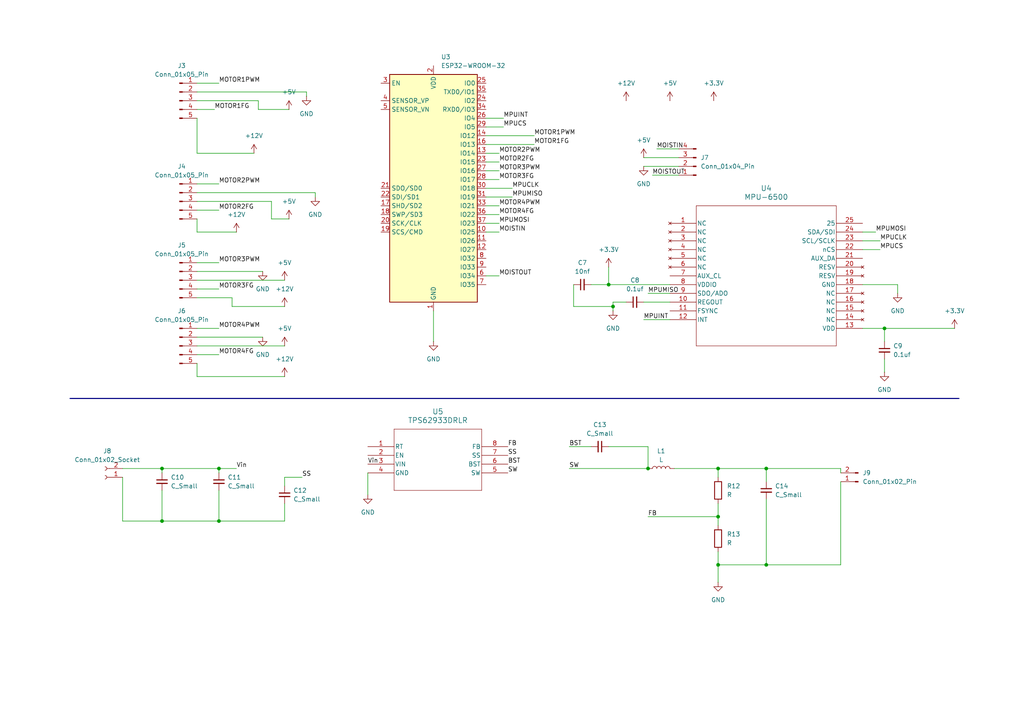
<source format=kicad_sch>
(kicad_sch (version 20231120) (generator "eeschema") (generator_version "8.0")
  (paper "A4")
  (lib_symbols
    (symbol "Connector:Conn_01x02_Pin" (pin_names (offset 1.016) hide)
      (property "Reference" "J" (at 0 2.54 0))
      (property "Value" "Conn_01x02_Pin" (at 0 -5.08 0))
      (symbol "Conn_01x02_Pin_1_1"
        (polyline (pts (xy 1.27 -2.54) (xy 0.8636 -2.54)) (stroke (width 0.1524)))
        (polyline (pts (xy 1.27 0) (xy 0.8636 0)) (stroke (width 0.1524)))
        (rectangle (start 0.8636 -2.413) (end 0 -2.667) (stroke (width 0.1524)) (fill (type outline)))
        (rectangle (start 0.8636 0.127) (end 0 -0.127) (stroke (width 0.1524)) (fill (type outline)))
        (pin passive line (at 5.08 0 180) (length 3.81) (name "Pin_1") (number "1"))
        (pin passive line (at 5.08 -2.54 180) (length 3.81) (name "Pin_2") (number "2"))
      )
    )
    (symbol "Connector:Conn_01x02_Socket" (pin_names (offset 1.016) hide)
      (property "Reference" "J" (at 0 2.54 0))
      (property "Value" "Conn_01x02_Socket" (at 0 -5.08 0))
      (symbol "Conn_01x02_Socket_1_1"
        (arc (start 0 -2.032) (mid -0.5058 -2.54) (end 0 -3.048) (stroke (width 0.1524)))
        (polyline (pts (xy -1.27 -2.54) (xy -0.508 -2.54)) (stroke (width 0.1524)))
        (polyline (pts (xy -1.27 0) (xy -0.508 0)) (stroke (width 0.1524)))
        (arc (start 0 0.508) (mid -0.5058 0) (end 0 -0.508) (stroke (width 0.1524)))
        (pin passive line (at -5.08 0 0) (length 3.81) (name "Pin_1") (number "1"))
        (pin passive line (at -5.08 -2.54 0) (length 3.81) (name "Pin_2") (number "2"))
      )
    )
    (symbol "Connector:Conn_01x04_Pin" (pin_names (offset 1.016) hide)
      (property "Reference" "J" (at 0 5.08 0))
      (property "Value" "Conn_01x04_Pin" (at 0 -7.62 0))
      (symbol "Conn_01x04_Pin_1_1"
        (polyline (pts (xy 1.27 -5.08) (xy 0.8636 -5.08)) (stroke (width 0.1524)))
        (polyline (pts (xy 1.27 -2.54) (xy 0.8636 -2.54)) (stroke (width 0.1524)))
        (polyline (pts (xy 1.27 0) (xy 0.8636 0)) (stroke (width 0.1524)))
        (polyline (pts (xy 1.27 2.54) (xy 0.8636 2.54)) (stroke (width 0.1524)))
        (rectangle (start 0.8636 -4.953) (end 0 -5.207) (stroke (width 0.1524)) (fill (type outline)))
        (rectangle (start 0.8636 -2.413) (end 0 -2.667) (stroke (width 0.1524)) (fill (type outline)))
        (rectangle (start 0.8636 0.127) (end 0 -0.127) (stroke (width 0.1524)) (fill (type outline)))
        (rectangle (start 0.8636 2.667) (end 0 2.413) (stroke (width 0.1524)) (fill (type outline)))
        (pin passive line (at 5.08 2.54 180) (length 3.81) (name "Pin_1") (number "1"))
        (pin passive line (at 5.08 0 180) (length 3.81) (name "Pin_2") (number "2"))
        (pin passive line (at 5.08 -2.54 180) (length 3.81) (name "Pin_3") (number "3"))
        (pin passive line (at 5.08 -5.08 180) (length 3.81) (name "Pin_4") (number "4"))
      )
    )
    (symbol "Connector:Conn_01x05_Pin" (pin_names (offset 1.016) hide)
      (property "Reference" "J" (at 0 7.62 0))
      (property "Value" "Conn_01x05_Pin" (at 0 -7.62 0))
      (symbol "Conn_01x05_Pin_1_1"
        (polyline (pts (xy 1.27 -5.08) (xy 0.8636 -5.08)) (stroke (width 0.1524)))
        (polyline (pts (xy 1.27 -2.54) (xy 0.8636 -2.54)) (stroke (width 0.1524)))
        (polyline (pts (xy 1.27 0) (xy 0.8636 0)) (stroke (width 0.1524)))
        (polyline (pts (xy 1.27 2.54) (xy 0.8636 2.54)) (stroke (width 0.1524)))
        (polyline (pts (xy 1.27 5.08) (xy 0.8636 5.08)) (stroke (width 0.1524)))
        (rectangle (start 0.8636 -4.953) (end 0 -5.207) (stroke (width 0.1524)) (fill (type outline)))
        (rectangle (start 0.8636 -2.413) (end 0 -2.667) (stroke (width 0.1524)) (fill (type outline)))
        (rectangle (start 0.8636 0.127) (end 0 -0.127) (stroke (width 0.1524)) (fill (type outline)))
        (rectangle (start 0.8636 2.667) (end 0 2.413) (stroke (width 0.1524)) (fill (type outline)))
        (rectangle (start 0.8636 5.207) (end 0 4.953) (stroke (width 0.1524)) (fill (type outline)))
        (pin passive line (at 5.08 5.08 180) (length 3.81) (name "Pin_1") (number "1"))
        (pin passive line (at 5.08 2.54 180) (length 3.81) (name "Pin_2") (number "2"))
        (pin passive line (at 5.08 0 180) (length 3.81) (name "Pin_3") (number "3"))
        (pin passive line (at 5.08 -2.54 180) (length 3.81) (name "Pin_4") (number "4"))
        (pin passive line (at 5.08 -5.08 180) (length 3.81) (name "Pin_5") (number "5"))
      )
    )
    (symbol "Device:C_Small" (pin_numbers hide) (pin_names (offset 0.254) hide)
      (property "Reference" "C" (at 0.254 1.778 0))
      (property "Value" "C_Small" (at 0.254 -2.032 0))
      (symbol "C_Small_0_1"
        (polyline (pts (xy -1.524 -0.508) (xy 1.524 -0.508)) (stroke (width 0.3302)))
        (polyline (pts (xy -1.524 0.508) (xy 1.524 0.508)) (stroke (width 0.3048)))
      )
      (symbol "C_Small_1_1"
        (pin passive line (at 0 2.54 270) (length 2.032) (name "~") (number "1"))
        (pin passive line (at 0 -2.54 90) (length 2.032) (name "~") (number "2"))
      )
    )
    (symbol "Device:L" (pin_numbers hide) (pin_names (offset 1.016) hide)
      (property "Reference" "L" (at -1.27 0 90))
      (property "Value" "L" (at 1.905 0 90))
      (symbol "L_0_1"
        (arc (start 0 -2.54) (mid 0.6323 -1.905) (end 0 -1.27))
        (arc (start 0 -1.27) (mid 0.6323 -0.635) (end 0 0))
        (arc (start 0 0) (mid 0.6323 0.635) (end 0 1.27))
        (arc (start 0 1.27) (mid 0.6323 1.905) (end 0 2.54))
      )
      (symbol "L_1_1"
        (pin passive line (at 0 3.81 270) (length 1.27) (name "1") (number "1"))
        (pin passive line (at 0 -3.81 90) (length 1.27) (name "2") (number "2"))
      )
    )
    (symbol "Device:R" (pin_numbers hide) (pin_names (offset 0))
      (property "Reference" "R" (at 2.032 0 90))
      (property "Value" "R" (at 0 0 90))
      (symbol "R_0_1"
        (rectangle (start -1.016 -2.54) (end 1.016 2.54) (stroke (width 0.254)))
      )
      (symbol "R_1_1"
        (pin passive line (at 0 3.81 270) (length 1.27) (name "~") (number "1"))
        (pin passive line (at 0 -3.81 90) (length 1.27) (name "~") (number "2"))
      )
    )
    (symbol "MPU6500:MPU-6500" (pin_names (offset 0.254))
      (property "Reference" "U" (at 27.94 10.16 0))
      (property "Value" "MPU-6500" (at 27.94 7.62 0))
      (symbol "MPU-6500_0_1"
        (polyline (pts (xy 7.62 -35.56) (xy 48.26 -35.56)) (stroke (width 0.127)))
        (polyline (pts (xy 7.62 5.08) (xy 7.62 -35.56)) (stroke (width 0.127)))
        (polyline (pts (xy 48.26 -35.56) (xy 48.26 5.08)) (stroke (width 0.127)))
        (polyline (pts (xy 48.26 5.08) (xy 7.62 5.08)) (stroke (width 0.127)))
        (pin no_connect line (at 0 0 0) (length 7.62) (name "NC") (number "1"))
        (pin unspecified line (at 0 -22.86 0) (length 7.62) (name "REGOUT") (number "10"))
        (pin input line (at 0 -25.4 0) (length 7.62) (name "FSYNC") (number "11"))
        (pin output line (at 0 -27.94 0) (length 7.62) (name "INT") (number "12"))
        (pin power_in line (at 55.88 -30.48 180) (length 7.62) (name "VDD") (number "13"))
        (pin no_connect line (at 55.88 -27.94 180) (length 7.62) (name "NC") (number "14"))
        (pin no_connect line (at 55.88 -25.4 180) (length 7.62) (name "NC") (number "15"))
        (pin no_connect line (at 55.88 -22.86 180) (length 7.62) (name "NC") (number "16"))
        (pin no_connect line (at 55.88 -20.32 180) (length 7.62) (name "NC") (number "17"))
        (pin power_out line (at 55.88 -17.78 180) (length 7.62) (name "GND") (number "18"))
        (pin no_connect line (at 55.88 -15.24 180) (length 7.62) (name "RESV") (number "19"))
        (pin no_connect line (at 0 -2.54 0) (length 7.62) (name "NC") (number "2"))
        (pin no_connect line (at 55.88 -12.7 180) (length 7.62) (name "RESV") (number "20"))
        (pin unspecified line (at 55.88 -10.16 180) (length 7.62) (name "AUX_DA") (number "21"))
        (pin unspecified line (at 55.88 -7.62 180) (length 7.62) (name "nCS") (number "22"))
        (pin unspecified line (at 55.88 -5.08 180) (length 7.62) (name "SCL/SCLK") (number "23"))
        (pin unspecified line (at 55.88 -2.54 180) (length 7.62) (name "SDA/SDI") (number "24"))
        (pin unspecified line (at 55.88 0 180) (length 7.62) (name "25") (number "25"))
        (pin no_connect line (at 0 -5.08 0) (length 7.62) (name "NC") (number "3"))
        (pin no_connect line (at 0 -7.62 0) (length 7.62) (name "NC") (number "4"))
        (pin no_connect line (at 0 -10.16 0) (length 7.62) (name "NC") (number "5"))
        (pin no_connect line (at 0 -12.7 0) (length 7.62) (name "NC") (number "6"))
        (pin unspecified line (at 0 -15.24 0) (length 7.62) (name "AUX_CL") (number "7"))
        (pin power_in line (at 0 -17.78 0) (length 7.62) (name "VDDIO") (number "8"))
        (pin unspecified line (at 0 -20.32 0) (length 7.62) (name "SDO/ADO") (number "9"))
      )
    )
    (symbol "RF_Module:ESP32-WROOM-32"
      (property "Reference" "U" (at -12.7 34.29 0))
      (property "Value" "ESP32-WROOM-32" (at 1.27 34.29 0))
      (symbol "ESP32-WROOM-32_0_1"
        (rectangle (start -12.7 33.02) (end 12.7 -33.02) (stroke (width 0.254)) (fill (type background)))
      )
      (symbol "ESP32-WROOM-32_1_1"
        (pin power_in line (at 0 -35.56 90) (length 2.54) (name "GND") (number "1"))
        (pin bidirectional line (at 15.24 -12.7 180) (length 2.54) (name "IO25") (number "10"))
        (pin bidirectional line (at 15.24 -15.24 180) (length 2.54) (name "IO26") (number "11"))
        (pin bidirectional line (at 15.24 -17.78 180) (length 2.54) (name "IO27") (number "12"))
        (pin bidirectional line (at 15.24 10.16 180) (length 2.54) (name "IO14") (number "13"))
        (pin bidirectional line (at 15.24 15.24 180) (length 2.54) (name "IO12") (number "14"))
        (pin passive line (at 0 -35.56 90) (length 2.54) hide (name "GND") (number "15"))
        (pin bidirectional line (at 15.24 12.7 180) (length 2.54) (name "IO13") (number "16"))
        (pin bidirectional line (at -15.24 -5.08 0) (length 2.54) (name "SHD/SD2") (number "17"))
        (pin bidirectional line (at -15.24 -7.62 0) (length 2.54) (name "SWP/SD3") (number "18"))
        (pin bidirectional line (at -15.24 -12.7 0) (length 2.54) (name "SCS/CMD") (number "19"))
        (pin power_in line (at 0 35.56 270) (length 2.54) (name "VDD") (number "2"))
        (pin bidirectional line (at -15.24 -10.16 0) (length 2.54) (name "SCK/CLK") (number "20"))
        (pin bidirectional line (at -15.24 0 0) (length 2.54) (name "SDO/SD0") (number "21"))
        (pin bidirectional line (at -15.24 -2.54 0) (length 2.54) (name "SDI/SD1") (number "22"))
        (pin bidirectional line (at 15.24 7.62 180) (length 2.54) (name "IO15") (number "23"))
        (pin bidirectional line (at 15.24 25.4 180) (length 2.54) (name "IO2") (number "24"))
        (pin bidirectional line (at 15.24 30.48 180) (length 2.54) (name "IO0") (number "25"))
        (pin bidirectional line (at 15.24 20.32 180) (length 2.54) (name "IO4") (number "26"))
        (pin bidirectional line (at 15.24 5.08 180) (length 2.54) (name "IO16") (number "27"))
        (pin bidirectional line (at 15.24 2.54 180) (length 2.54) (name "IO17") (number "28"))
        (pin bidirectional line (at 15.24 17.78 180) (length 2.54) (name "IO5") (number "29"))
        (pin input line (at -15.24 30.48 0) (length 2.54) (name "EN") (number "3"))
        (pin bidirectional line (at 15.24 0 180) (length 2.54) (name "IO18") (number "30"))
        (pin bidirectional line (at 15.24 -2.54 180) (length 2.54) (name "IO19") (number "31"))
        (pin no_connect line (at -12.7 -27.94 0) (length 2.54) hide (name "NC") (number "32"))
        (pin bidirectional line (at 15.24 -5.08 180) (length 2.54) (name "IO21") (number "33"))
        (pin bidirectional line (at 15.24 22.86 180) (length 2.54) (name "RXD0/IO3") (number "34"))
        (pin bidirectional line (at 15.24 27.94 180) (length 2.54) (name "TXD0/IO1") (number "35"))
        (pin bidirectional line (at 15.24 -7.62 180) (length 2.54) (name "IO22") (number "36"))
        (pin bidirectional line (at 15.24 -10.16 180) (length 2.54) (name "IO23") (number "37"))
        (pin passive line (at 0 -35.56 90) (length 2.54) hide (name "GND") (number "38"))
        (pin passive line (at 0 -35.56 90) (length 2.54) hide (name "GND") (number "39"))
        (pin input line (at -15.24 25.4 0) (length 2.54) (name "SENSOR_VP") (number "4"))
        (pin input line (at -15.24 22.86 0) (length 2.54) (name "SENSOR_VN") (number "5"))
        (pin input line (at 15.24 -25.4 180) (length 2.54) (name "IO34") (number "6"))
        (pin input line (at 15.24 -27.94 180) (length 2.54) (name "IO35") (number "7"))
        (pin bidirectional line (at 15.24 -20.32 180) (length 2.54) (name "IO32") (number "8"))
        (pin bidirectional line (at 15.24 -22.86 180) (length 2.54) (name "IO33") (number "9"))
      )
    )
    (symbol "TPS62933DRLR:TPS62933DRLR" (pin_names (offset 0.254))
      (property "Reference" "U" (at 20.32 10.16 0))
      (property "Value" "TPS62933DRLR" (at 20.32 7.62 0))
      (symbol "TPS62933DRLR_0_1"
        (polyline (pts (xy 7.62 -12.7) (xy 33.02 -12.7)) (stroke (width 0.127)))
        (polyline (pts (xy 7.62 5.08) (xy 7.62 -12.7)) (stroke (width 0.127)))
        (polyline (pts (xy 33.02 -12.7) (xy 33.02 5.08)) (stroke (width 0.127)))
        (polyline (pts (xy 33.02 5.08) (xy 7.62 5.08)) (stroke (width 0.127)))
        (pin unspecified line (at 0 0 0) (length 7.62) (name "RT") (number "1"))
        (pin unspecified line (at 0 -2.54 0) (length 7.62) (name "EN") (number "2"))
        (pin power_in line (at 0 -5.08 0) (length 7.62) (name "VIN") (number "3"))
        (pin power_out line (at 0 -7.62 0) (length 7.62) (name "GND") (number "4"))
        (pin power_in line (at 40.64 -7.62 180) (length 7.62) (name "SW") (number "5"))
        (pin power_in line (at 40.64 -5.08 180) (length 7.62) (name "BST") (number "6"))
        (pin unspecified line (at 40.64 -2.54 180) (length 7.62) (name "SS") (number "7"))
        (pin unspecified line (at 40.64 0 180) (length 7.62) (name "FB") (number "8"))
      )
    )
    (symbol "power:+12V" (power) (pin_numbers hide) (pin_names (offset 0) hide)
      (property "Value" "+12V" (at 0 3.556 0))
      (symbol "+12V_0_1"
        (polyline (pts (xy -0.762 1.27) (xy 0 2.54)))
        (polyline (pts (xy 0 0) (xy 0 2.54)))
        (polyline (pts (xy 0 2.54) (xy 0.762 1.27)))
      )
      (symbol "+12V_1_1"
        (pin power_in line (at 0 0 90) (length 0) (name "~") (number "1"))
      )
    )
    (symbol "power:+3.3V" (power) (pin_numbers hide) (pin_names (offset 0) hide)
      (property "Value" "+3.3V" (at 0 3.556 0))
      (symbol "+3.3V_0_1"
        (polyline (pts (xy -0.762 1.27) (xy 0 2.54)))
        (polyline (pts (xy 0 0) (xy 0 2.54)))
        (polyline (pts (xy 0 2.54) (xy 0.762 1.27)))
      )
      (symbol "+3.3V_1_1"
        (pin power_in line (at 0 0 90) (length 0) (name "~") (number "1"))
      )
    )
    (symbol "power:+5V" (power) (pin_numbers hide) (pin_names (offset 0) hide)
      (property "Value" "+5V" (at 0 3.556 0))
      (symbol "+5V_0_1"
        (polyline (pts (xy -0.762 1.27) (xy 0 2.54)))
        (polyline (pts (xy 0 0) (xy 0 2.54)))
        (polyline (pts (xy 0 2.54) (xy 0.762 1.27)))
      )
      (symbol "+5V_1_1"
        (pin power_in line (at 0 0 90) (length 0) (name "~") (number "1"))
      )
    )
    (symbol "power:GND" (power) (pin_numbers hide) (pin_names (offset 0) hide)
      (property "Value" "GND" (at 0 -3.81 0))
      (symbol "GND_0_1"
        (polyline (pts (xy 0 0) (xy 0 -1.27) (xy 1.27 -1.27) (xy 0 -2.54) (xy -1.27 -1.27) (xy 0 -1.27)))
      )
      (symbol "GND_1_1"
        (pin power_in line (at 0 0 270) (length 0) (name "~") (number "1"))
      )
    )
  )
  (junction (at 208.28 149.86))
  (junction (at 176.53 82.55))
  (junction (at 187.96 135.89))
  (junction (at 46.99 151.13))
  (junction (at 208.28 135.89))
  (junction (at 63.5 135.89))
  (junction (at 177.8 88.9))
  (junction (at 222.25 135.89))
  (junction (at 46.99 135.89))
  (junction (at 222.25 163.83))
  (junction (at 63.5 151.13))
  (junction (at 208.28 163.83))
  (junction (at 256.54 95.25))
  (wire (pts (xy 57.15 26.67) (xy 88.9 26.67)))
  (wire (pts (xy 250.19 69.85) (xy 255.27 69.85)))
  (wire (pts (xy 222.25 163.83) (xy 208.28 163.83)))
  (wire (pts (xy 243.84 163.83) (xy 243.84 139.7)))
  (wire (pts (xy 82.55 151.13) (xy 82.55 146.05)))
  (wire (pts (xy 222.25 144.78) (xy 222.25 163.83)))
  (wire (pts (xy 186.69 48.26) (xy 196.85 48.26)))
  (wire (pts (xy 208.28 135.89) (xy 222.25 135.89)))
  (wire (pts (xy 57.15 109.22) (xy 82.55 109.22)))
  (wire (pts (xy 250.19 67.31) (xy 254 67.31)))
  (wire (pts (xy 140.97 52.07) (xy 144.78 52.07)))
  (wire (pts (xy 140.97 59.69) (xy 144.78 59.69)))
  (bus (pts (xy 20.32 115.57) (xy 278.13 115.57)))
  (wire (pts (xy 189.23 50.8) (xy 196.85 50.8)))
  (wire (pts (xy 125.73 90.17) (xy 125.73 99.06)))
  (wire (pts (xy 176.53 129.54) (xy 187.96 129.54)))
  (wire (pts (xy 140.97 36.83) (xy 146.05 36.83)))
  (wire (pts (xy 63.5 151.13) (xy 82.55 151.13)))
  (wire (pts (xy 222.25 163.83) (xy 243.84 163.83)))
  (wire (pts (xy 140.97 62.23) (xy 144.78 62.23)))
  (wire (pts (xy 181.61 87.63) (xy 177.8 87.63)))
  (wire (pts (xy 67.31 88.9) (xy 82.55 88.9)))
  (wire (pts (xy 166.37 82.55) (xy 166.37 88.9)))
  (wire (pts (xy 88.9 26.67) (xy 88.9 27.94)))
  (wire (pts (xy 208.28 149.86) (xy 208.28 152.4)))
  (wire (pts (xy 140.97 80.01) (xy 144.78 80.01)))
  (wire (pts (xy 140.97 41.91) (xy 154.94 41.91)))
  (wire (pts (xy 208.28 146.05) (xy 208.28 149.86)))
  (wire (pts (xy 57.15 58.42) (xy 78.74 58.42)))
  (wire (pts (xy 176.53 77.47) (xy 176.53 82.55)))
  (wire (pts (xy 171.45 82.55) (xy 176.53 82.55)))
  (wire (pts (xy 46.99 135.89) (xy 63.5 135.89)))
  (wire (pts (xy 57.15 95.25) (xy 63.5 95.25)))
  (wire (pts (xy 222.25 135.89) (xy 243.84 135.89)))
  (wire (pts (xy 256.54 95.25) (xy 276.86 95.25)))
  (wire (pts (xy 57.15 31.75) (xy 62.23 31.75)))
  (wire (pts (xy 35.56 138.43) (xy 35.56 151.13)))
  (wire (pts (xy 140.97 44.45) (xy 144.78 44.45)))
  (wire (pts (xy 195.58 135.89) (xy 208.28 135.89)))
  (wire (pts (xy 166.37 88.9) (xy 177.8 88.9)))
  (wire (pts (xy 35.56 151.13) (xy 46.99 151.13)))
  (wire (pts (xy 140.97 49.53) (xy 144.78 49.53)))
  (wire (pts (xy 78.74 58.42) (xy 78.74 63.5)))
  (wire (pts (xy 57.15 53.34) (xy 63.5 53.34)))
  (wire (pts (xy 57.15 55.88) (xy 91.44 55.88)))
  (wire (pts (xy 57.15 100.33) (xy 82.55 100.33)))
  (wire (pts (xy 187.96 129.54) (xy 187.96 135.89)))
  (wire (pts (xy 57.15 81.28) (xy 82.55 81.28)))
  (wire (pts (xy 57.15 83.82) (xy 63.5 83.82)))
  (wire (pts (xy 63.5 142.24) (xy 63.5 151.13)))
  (wire (pts (xy 190.5 43.18) (xy 196.85 43.18)))
  (wire (pts (xy 250.19 95.25) (xy 256.54 95.25)))
  (wire (pts (xy 57.15 34.29) (xy 57.15 44.45)))
  (wire (pts (xy 57.15 76.2) (xy 63.5 76.2)))
  (wire (pts (xy 57.15 78.74) (xy 76.2 78.74)))
  (wire (pts (xy 63.5 135.89) (xy 63.5 137.16)))
  (wire (pts (xy 67.31 86.36) (xy 67.31 88.9)))
  (wire (pts (xy 177.8 87.63) (xy 177.8 88.9)))
  (wire (pts (xy 176.53 82.55) (xy 194.31 82.55)))
  (wire (pts (xy 140.97 64.77) (xy 144.78 64.77)))
  (wire (pts (xy 91.44 55.88) (xy 91.44 57.15)))
  (wire (pts (xy 57.15 105.41) (xy 57.15 109.22)))
  (wire (pts (xy 208.28 135.89) (xy 208.28 138.43)))
  (wire (pts (xy 260.35 82.55) (xy 260.35 85.09)))
  (wire (pts (xy 208.28 160.02) (xy 208.28 163.83)))
  (wire (pts (xy 250.19 82.55) (xy 260.35 82.55)))
  (wire (pts (xy 57.15 63.5) (xy 57.15 67.31)))
  (wire (pts (xy 140.97 57.15) (xy 148.59 57.15)))
  (wire (pts (xy 186.69 92.71) (xy 194.31 92.71)))
  (wire (pts (xy 140.97 46.99) (xy 144.78 46.99)))
  (wire (pts (xy 165.1 135.89) (xy 187.96 135.89)))
  (wire (pts (xy 57.15 86.36) (xy 67.31 86.36)))
  (wire (pts (xy 106.68 137.16) (xy 106.68 143.51)))
  (wire (pts (xy 140.97 54.61) (xy 148.59 54.61)))
  (wire (pts (xy 243.84 135.89) (xy 243.84 137.16)))
  (wire (pts (xy 140.97 34.29) (xy 146.05 34.29)))
  (wire (pts (xy 256.54 95.25) (xy 256.54 99.06)))
  (wire (pts (xy 57.15 67.31) (xy 68.58 67.31)))
  (wire (pts (xy 35.56 135.89) (xy 46.99 135.89)))
  (wire (pts (xy 57.15 102.87) (xy 63.5 102.87)))
  (wire (pts (xy 256.54 104.14) (xy 256.54 107.95)))
  (wire (pts (xy 74.93 31.75) (xy 74.93 29.21)))
  (wire (pts (xy 250.19 72.39) (xy 255.27 72.39)))
  (wire (pts (xy 140.97 39.37) (xy 154.94 39.37)))
  (wire (pts (xy 187.96 85.09) (xy 194.31 85.09)))
  (wire (pts (xy 57.15 60.96) (xy 63.5 60.96)))
  (wire (pts (xy 186.69 45.72) (xy 196.85 45.72)))
  (wire (pts (xy 222.25 135.89) (xy 222.25 139.7)))
  (wire (pts (xy 46.99 151.13) (xy 63.5 151.13)))
  (wire (pts (xy 57.15 97.79) (xy 76.2 97.79)))
  (wire (pts (xy 165.1 129.54) (xy 171.45 129.54)))
  (wire (pts (xy 208.28 163.83) (xy 208.28 168.91)))
  (wire (pts (xy 187.96 149.86) (xy 208.28 149.86)))
  (wire (pts (xy 74.93 29.21) (xy 57.15 29.21)))
  (wire (pts (xy 57.15 44.45) (xy 73.66 44.45)))
  (wire (pts (xy 177.8 88.9) (xy 177.8 90.17)))
  (wire (pts (xy 82.55 140.97) (xy 82.55 138.43)))
  (wire (pts (xy 82.55 138.43) (xy 87.63 138.43)))
  (wire (pts (xy 63.5 135.89) (xy 68.58 135.89)))
  (wire (pts (xy 57.15 24.13) (xy 63.5 24.13)))
  (wire (pts (xy 186.69 87.63) (xy 194.31 87.63)))
  (wire (pts (xy 46.99 142.24) (xy 46.99 151.13)))
  (wire (pts (xy 140.97 67.31) (xy 144.78 67.31)))
  (wire (pts (xy 46.99 135.89) (xy 46.99 137.16)))
  (wire (pts (xy 78.74 63.5) (xy 83.82 63.5)))
  (wire (pts (xy 83.82 31.75) (xy 74.93 31.75)))
  (label "BST" (at 147.32 134.62 0))
  (label "MOTOR3PWM" (at 63.5 76.2 0))
  (label "MPUCS" (at 146.05 36.83 0))
  (label "MOISTOUT" (at 144.78 80.01 0))
  (label "MPUMOSI" (at 254 67.31 0))
  (label "MPUCS" (at 255.27 72.39 0))
  (label "MPUMISO" (at 148.59 57.15 0))
  (label "MOTOR1PWM" (at 154.94 39.37 0))
  (label "MOTOR4FG" (at 144.78 62.23 0))
  (label "MOTOR2PWM" (at 63.5 53.34 0))
  (label "MOISTIN" (at 190.5 43.18 0))
  (label "Vin" (at 68.58 135.89 0))
  (label "SW" (at 147.32 137.16 0))
  (label "MPUINT" (at 186.69 92.71 0))
  (label "MOTOR4FG" (at 63.5 102.87 0))
  (label "MOTOR4PWM" (at 144.78 59.69 0))
  (label "SS" (at 87.63 138.43 0))
  (label "MOTOR1PWM" (at 63.5 24.13 0))
  (label "Vin" (at 106.68 134.62 0))
  (label "MOISTOUT" (at 189.23 50.8 0))
  (label "MPUCLK" (at 148.59 54.61 0))
  (label "FB" (at 147.32 129.54 0))
  (label "MOTOR3FG" (at 63.5 83.82 0))
  (label "MOTOR1FG" (at 62.23 31.75 0))
  (label "MOTOR3FG" (at 144.78 52.07 0))
  (label "MOTOR2FG" (at 63.5 60.96 0))
  (label "MOTOR2PWM" (at 144.78 44.45 0))
  (label "MPUMISO" (at 187.96 85.09 0))
  (label "MPUMOSI" (at 144.78 64.77 0))
  (label "FB" (at 187.96 149.86 0))
  (label "SW" (at 165.1 135.89 0))
  (label "MOTOR2FG" (at 144.78 46.99 0))
  (label "MOISTIN" (at 144.78 67.31 0))
  (label "MPUINT" (at 146.05 34.29 0))
  (label "MOTOR4PWM" (at 63.5 95.25 0))
  (label "MOTOR1FG" (at 154.94 41.91 0))
  (label "BST" (at 165.1 129.54 0))
  (label "MOTOR3PWM" (at 144.78 49.53 0))
  (label "MPUCLK" (at 255.27 69.85 0))
  (label "SS" (at 147.32 132.08 0))
  (symbol (lib_id "power:+12V") (at 82.55 81.28 0) (unit 1)
    (property "Reference" "#PWR029" (effects (hide yes)))
    (property "Value" "+5V" (at 82.55 76.2 0))
    (property "Description" "Power symbol creates a global label with name \"+12V\"" (effects (hide yes)))
  )
  (symbol (lib_id "power:+5V") (at 194.31 29.21 0) (unit 1)
    (property "Reference" "#PWR043" (effects (hide yes)))
    (property "Value" "+5V" (at 194.31 24.13 0))
    (property "Description" "Power symbol creates a global label with name \"+5V\"" (effects (hide yes)))
  )
  (symbol (lib_id "Connector:Conn_01x05_Pin") (at 52.07 100.33 0) (unit 1)
    (property "Reference" "J6" (at 52.705 90.17 0))
    (property "Value" "Conn_01x05_Pin" (at 52.705 92.71 0))
    (property "Description" "Generic connector, single row, 01x05, script generated" (effects (hide yes)))
  )
  (symbol (lib_id "Connector:Conn_01x05_Pin") (at 52.07 81.28 0) (unit 1)
    (property "Reference" "J5" (at 52.705 71.12 0))
    (property "Value" "Conn_01x05_Pin" (at 52.705 73.66 0))
    (property "Description" "Generic connector, single row, 01x05, script generated" (effects (hide yes)))
  )
  (symbol (lib_id "power:+5V") (at 186.69 45.72 0) (unit 1)
    (property "Reference" "#PWR041" (effects (hide yes)))
    (property "Value" "+5V" (at 186.69 40.64 0))
    (property "Description" "Power symbol creates a global label with name \"+5V\"" (effects (hide yes)))
  )
  (symbol (lib_id "Device:C_Small") (at 173.99 129.54 270) (unit 1)
    (property "Reference" "C13" (at 173.9836 123.19 90))
    (property "Value" "C_Small" (at 173.9836 125.73 90))
    (property "Description" "Unpolarized capacitor, small symbol" (effects (hide yes)))
  )
  (symbol (lib_id "Device:C_Small") (at 46.99 139.7 0) (unit 1)
    (property "Reference" "C10" (at 49.53 138.4362 0) (effects (justify left)))
    (property "Value" "C_Small" (at 49.53 140.9762 0) (effects (justify left)))
    (property "Description" "Unpolarized capacitor, small symbol" (effects (hide yes)))
  )
  (symbol (lib_id "power:+12V") (at 82.55 100.33 0) (unit 1)
    (property "Reference" "#PWR031" (effects (hide yes)))
    (property "Value" "+5V" (at 82.55 95.25 0))
    (property "Description" "Power symbol creates a global label with name \"+12V\"" (effects (hide yes)))
  )
  (symbol (lib_id "Connector:Conn_01x04_Pin") (at 201.93 48.26 180) (unit 1)
    (property "Reference" "J7" (at 203.2 45.7199 0) (effects (justify right)))
    (property "Value" "Conn_01x04_Pin" (at 203.2 48.2599 0) (effects (justify right)))
    (property "Description" "Generic connector, single row, 01x04, script generated" (effects (hide yes)))
  )
  (symbol (lib_id "power:GND") (at 208.28 168.91 0) (unit 1)
    (property "Reference" "#PWR049" (effects (hide yes)))
    (property "Value" "GND" (at 208.28 173.99 0))
    (property "Description" "Power symbol creates a global label with name \"GND\" , ground" (effects (hide yes)))
  )
  (symbol (lib_id "power:+12V") (at 68.58 67.31 0) (unit 1)
    (property "Reference" "#PWR025" (effects (hide yes)))
    (property "Value" "+12V" (at 68.58 62.23 0))
    (property "Description" "Power symbol creates a global label with name \"+12V\"" (effects (hide yes)))
  )
  (symbol (lib_id "Connector:Conn_01x02_Socket") (at 30.48 138.43 180) (unit 1)
    (property "Reference" "J8" (at 31.115 130.81 0))
    (property "Value" "Conn_01x02_Socket" (at 31.115 133.35 0))
    (property "Description" "Generic connector, single row, 01x02, script generated" (effects (hide yes)))
  )
  (symbol (lib_id "Device:C_Small") (at 168.91 82.55 90) (unit 1)
    (property "Reference" "C7" (at 168.9163 76.2 90))
    (property "Value" "10nf" (at 168.9163 78.74 90))
    (property "Description" "Unpolarized capacitor, small symbol" (effects (hide yes)))
  )
  (symbol (lib_id "Connector:Conn_01x05_Pin") (at 52.07 58.42 0) (unit 1)
    (property "Reference" "J4" (at 52.705 48.26 0))
    (property "Value" "Conn_01x05_Pin" (at 52.705 50.8 0))
    (property "Description" "Generic connector, single row, 01x05, script generated" (effects (hide yes)))
  )
  (symbol (lib_id "power:GND") (at 256.54 107.95 0) (unit 1)
    (property "Reference" "#PWR045" (effects (hide yes)))
    (property "Value" "GND" (at 256.54 113.03 0))
    (property "Description" "Power symbol creates a global label with name \"GND\" , ground" (effects (hide yes)))
  )
  (symbol (lib_id "Device:R") (at 208.28 156.21 0) (unit 1)
    (property "Reference" "R13" (at 210.82 154.9399 0) (effects (justify left)))
    (property "Value" "R" (at 210.82 157.4799 0) (effects (justify left)))
    (property "Description" "Resistor" (effects (hide yes)))
  )
  (symbol (lib_id "Device:R") (at 208.28 142.24 0) (unit 1)
    (property "Reference" "R12" (at 210.82 140.9699 0) (effects (justify left)))
    (property "Value" "R" (at 210.82 143.5099 0) (effects (justify left)))
    (property "Description" "Resistor" (effects (hide yes)))
  )
  (symbol (lib_id "Device:C_Small") (at 256.54 101.6 0) (unit 1)
    (property "Reference" "C9" (at 259.08 100.3362 0) (effects (justify left)))
    (property "Value" "0.1uf" (at 259.08 102.8762 0) (effects (justify left)))
    (property "Description" "Unpolarized capacitor, small symbol" (effects (hide yes)))
  )
  (symbol (lib_id "TPS62933DRLR:TPS62933DRLR") (at 106.68 129.54 0) (unit 1)
    (property "Reference" "U5" (at 127 119.38 0) (effects (font (size 1.524 1.524))))
    (property "Value" "TPS62933DRLR" (at 127 121.92 0) (effects (font (size 1.524 1.524))))
    (property "Footprint" "SOT-5X3-8_DRL_TEX" (effects (hide yes)))
    (property "Datasheet" "TPS62933DRLR" (effects (hide yes)))
  )
  (symbol (lib_id "power:GND") (at 91.44 57.15 0) (unit 1)
    (property "Reference" "#PWR036" (effects (hide yes)))
    (property "Value" "GND" (at 91.44 62.23 0))
    (property "Description" "Power symbol creates a global label with name \"GND\" , ground" (effects (hide yes)))
  )
  (symbol (lib_id "Device:C_Small") (at 63.5 139.7 0) (unit 1)
    (property "Reference" "C11" (at 66.04 138.4362 0) (effects (justify left)))
    (property "Value" "C_Small" (at 66.04 140.9762 0) (effects (justify left)))
    (property "Description" "Unpolarized capacitor, small symbol" (effects (hide yes)))
  )
  (symbol (lib_id "power:+3.3V") (at 207.01 29.21 0) (unit 1)
    (property "Reference" "#PWR044" (effects (hide yes)))
    (property "Value" "+3.3V" (at 207.01 24.13 0))
    (property "Description" "Power symbol creates a global label with name \"+3.3V\"" (effects (hide yes)))
  )
  (symbol (lib_id "power:+3.3V") (at 176.53 77.47 0) (unit 1)
    (property "Reference" "#PWR038" (effects (hide yes)))
    (property "Value" "+3.3V" (at 176.53 72.39 0))
    (property "Description" "Power symbol creates a global label with name \"+3.3V\"" (effects (hide yes)))
  )
  (symbol (lib_id "power:+12V") (at 181.61 29.21 0) (unit 1)
    (property "Reference" "#PWR040" (effects (hide yes)))
    (property "Value" "+12V" (at 181.61 24.13 0))
    (property "Description" "Power symbol creates a global label with name \"+12V\"" (effects (hide yes)))
  )
  (symbol (lib_id "power:+5V") (at 83.82 31.75 0) (unit 1)
    (property "Reference" "#PWR033" (effects (hide yes)))
    (property "Value" "+5V" (at 83.82 26.67 0))
    (property "Description" "Power symbol creates a global label with name \"+5V\"" (effects (hide yes)))
  )
  (symbol (lib_id "Device:C_Small") (at 222.25 142.24 0) (unit 1)
    (property "Reference" "C14" (at 224.79 140.9762 0) (effects (justify left)))
    (property "Value" "C_Small" (at 224.79 143.5162 0) (effects (justify left)))
    (property "Description" "Unpolarized capacitor, small symbol" (effects (hide yes)))
  )
  (symbol (lib_id "power:GND") (at 186.69 48.26 0) (unit 1)
    (property "Reference" "#PWR042" (effects (hide yes)))
    (property "Value" "GND" (at 186.69 53.34 0))
    (property "Description" "Power symbol creates a global label with name \"GND\" , ground" (effects (hide yes)))
  )
  (symbol (lib_id "Connector:Conn_01x02_Pin") (at 248.92 139.7 180) (unit 1)
    (property "Reference" "J9" (at 250.19 137.1599 0) (effects (justify right)))
    (property "Value" "Conn_01x02_Pin" (at 250.19 139.6999 0) (effects (justify right)))
    (property "Description" "Generic connector, single row, 01x02, script generated" (effects (hide yes)))
  )
  (symbol (lib_id "Device:C_Small") (at 184.15 87.63 90) (unit 1)
    (property "Reference" "C8" (at 184.1563 81.28 90))
    (property "Value" "0.1uf" (at 184.1563 83.82 90))
    (property "Description" "Unpolarized capacitor, small symbol" (effects (hide yes)))
  )
  (symbol (lib_id "Device:L") (at 191.77 135.89 90) (unit 1)
    (property "Reference" "L1" (at 191.77 130.81 90))
    (property "Value" "L" (at 191.77 133.35 90))
    (property "Description" "Inductor" (effects (hide yes)))
  )
  (symbol (lib_id "power:+3.3V") (at 276.86 95.25 0) (unit 1)
    (property "Reference" "#PWR047" (effects (hide yes)))
    (property "Value" "+3.3V" (at 276.86 90.17 0))
    (property "Description" "Power symbol creates a global label with name \"+3.3V\"" (effects (hide yes)))
  )
  (symbol (lib_id "power:+12V") (at 83.82 63.5 0) (unit 1)
    (property "Reference" "#PWR034" (effects (hide yes)))
    (property "Value" "+5V" (at 83.82 58.42 0))
    (property "Description" "Power symbol creates a global label with name \"+12V\"" (effects (hide yes)))
  )
  (symbol (lib_id "power:GND") (at 125.73 99.06 0) (unit 1)
    (property "Reference" "#PWR037" (effects (hide yes)))
    (property "Value" "GND" (at 125.73 104.14 0))
    (property "Description" "Power symbol creates a global label with name \"GND\" , ground" (effects (hide yes)))
  )
  (symbol (lib_id "power:+12V") (at 73.66 44.45 0) (unit 1)
    (property "Reference" "#PWR026" (effects (hide yes)))
    (property "Value" "+12V" (at 73.66 39.37 0))
    (property "Description" "Power symbol creates a global label with name \"+12V\"" (effects (hide yes)))
  )
  (symbol (lib_id "Connector:Conn_01x05_Pin") (at 52.07 29.21 0) (unit 1)
    (property "Reference" "J3" (at 52.705 19.05 0))
    (property "Value" "Conn_01x05_Pin" (at 52.705 21.59 0))
    (property "Description" "Generic connector, single row, 01x05, script generated" (effects (hide yes)))
  )
  (symbol (lib_id "power:GND") (at 88.9 27.94 0) (unit 1)
    (property "Reference" "#PWR035" (effects (hide yes)))
    (property "Value" "GND" (at 88.9 33.02 0))
    (property "Description" "Power symbol creates a global label with name \"GND\" , ground" (effects (hide yes)))
  )
  (symbol (lib_id "power:+12V") (at 82.55 88.9 0) (unit 1)
    (property "Reference" "#PWR030" (effects (hide yes)))
    (property "Value" "+12V" (at 82.55 83.82 0))
    (property "Description" "Power symbol creates a global label with name \"+12V\"" (effects (hide yes)))
  )
  (symbol (lib_id "power:GND") (at 260.35 85.09 0) (unit 1)
    (property "Reference" "#PWR046" (effects (hide yes)))
    (property "Value" "GND" (at 260.35 90.17 0))
    (property "Description" "Power symbol creates a global label with name \"GND\" , ground" (effects (hide yes)))
  )
  (symbol (lib_id "power:GND") (at 76.2 97.79 0) (unit 1)
    (property "Reference" "#PWR028" (effects (hide yes)))
    (property "Value" "GND" (at 76.2 102.87 0))
    (property "Description" "Power symbol creates a global label with name \"GND\" , ground" (effects (hide yes)))
  )
  (symbol (lib_id "RF_Module:ESP32-WROOM-32") (at 125.73 54.61 0) (unit 1)
    (property "Reference" "U3" (at 127.9241 16.51 0) (effects (justify left)))
    (property "Value" "ESP32-WROOM-32" (at 127.9241 19.05 0) (effects (justify left)))
    (property "Footprint" "RF_Module:ESP32-WROOM-32" (effects (hide yes)))
    (property "Datasheet" "https://www.espressif.com/sites/default/files/documentation/esp32-wroom-32_datasheet_en.pdf" (effects (hide yes)))
    (property "Description" "RF Module, ESP32-D0WDQ6 SoC, Wi-Fi 802.11b/g/n, Bluetooth, BLE, 32-bit, 2.7-3.6V, onboard antenna, SMD" (effects (hide yes)))
  )
  (symbol (lib_id "MPU6500:MPU-6500") (at 194.31 64.77 0) (unit 1)
    (property "Reference" "U4" (at 222.25 54.61 0) (effects (font (size 1.524 1.524))))
    (property "Value" "MPU-6500" (at 222.25 57.15 0) (effects (font (size 1.524 1.524))))
    (property "Footprint" "QFN24_3X3X0P9_IVS" (effects (hide yes)))
    (property "Datasheet" "MPU-6500" (effects (hide yes)))
  )
  (symbol (lib_id "Device:C_Small") (at 82.55 143.51 0) (unit 1)
    (property "Reference" "C12" (at 85.09 142.2462 0) (effects (justify left)))
    (property "Value" "C_Small" (at 85.09 144.7862 0) (effects (justify left)))
    (property "Description" "Unpolarized capacitor, small symbol" (effects (hide yes)))
  )
  (symbol (lib_id "power:GND") (at 106.68 143.51 0) (unit 1)
    (property "Reference" "#PWR048" (effects (hide yes)))
    (property "Value" "GND" (at 106.68 148.59 0))
    (property "Description" "Power symbol creates a global label with name \"GND\" , ground" (effects (hide yes)))
  )
  (symbol (lib_id "power:GND") (at 76.2 78.74 0) (unit 1)
    (property "Reference" "#PWR027" (effects (hide yes)))
    (property "Value" "GND" (at 76.2 83.82 0))
    (property "Description" "Power symbol creates a global label with name \"GND\" , ground" (effects (hide yes)))
  )
  (symbol (lib_id "power:+12V") (at 82.55 109.22 0) (unit 1)
    (property "Reference" "#PWR032" (effects (hide yes)))
    (property "Value" "+12V" (at 82.55 104.14 0))
    (property "Description" "Power symbol creates a global label with name \"+12V\"" (effects (hide yes)))
  )
  (symbol (lib_id "power:GND") (at 177.8 90.17 0) (unit 1)
    (property "Reference" "#PWR039" (effects (hide yes)))
    (property "Value" "GND" (at 177.8 95.25 0))
    (property "Description" "Power symbol creates a global label with name \"GND\" , ground" (effects (hide yes)))
  )
)
</source>
